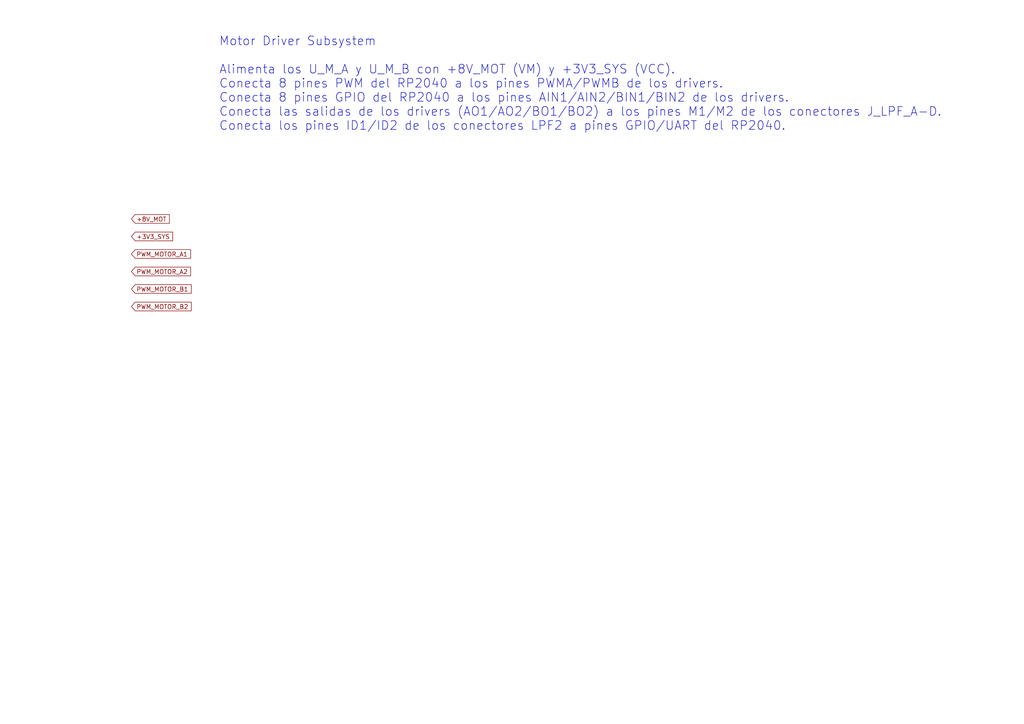
<source format=kicad_sch>
(kicad_sch (version 20230121) (generator eeschema)

  (uuid 00000000-0000-0000-0000-00005f3c1de4)

  (paper "A4")

  (title_block
    (title "CM4 Robotics Controller - Motor Driver Subsystem")
    (date "2025-07-03")
    (rev "v1.0")
    (company "Manus AI")
  )

  (lib_symbols)

  (text "Motor Driver Subsystem\n\nAlimenta los U_M_A y U_M_B con +8V_MOT (VM) y +3V3_SYS (VCC).\nConecta 8 pines PWM del RP2040 a los pines PWMA/PWMB de los drivers.\nConecta 8 pines GPIO del RP2040 a los pines AIN1/AIN2/BIN1/BIN2 de los drivers.\nConecta las salidas de los drivers (AO1/AO2/BO1/BO2) a los pines M1/M2 de los conectores J_LPF_A-D.\nConecta los pines ID1/ID2 de los conectores LPF2 a pines GPIO/UART del RP2040."
    (at 63.5 38.1 0)
    (effects (font (size 2.54 2.54)) (justify left bottom))
    (uuid 00000000-0000-0000-0000-00005f3c4df1)
  )

  (global_label "+8V_MOT" (shape input) (at 38.1 63.5 0) (fields_autoplaced)
    (effects (font (size 1.27 1.27)) (justify left))
    (uuid 00000000-0000-0000-0000-00005f3c4df2)
    (property "Intersheetrefs" "${INTERSHEET_REFS}" (at 38.1 63.5 0)
      (effects (font (size 1.27 1.27)) hide)
    )
  )

  (global_label "+3V3_SYS" (shape input) (at 38.1 68.58 0) (fields_autoplaced)
    (effects (font (size 1.27 1.27)) (justify left))
    (uuid 00000000-0000-0000-0000-00005f3c4df3)
    (property "Intersheetrefs" "${INTERSHEET_REFS}" (at 38.1 68.58 0)
      (effects (font (size 1.27 1.27)) hide)
    )
  )

  (global_label "PWM_MOTOR_A1" (shape input) (at 38.1 73.66 0) (fields_autoplaced)
    (effects (font (size 1.27 1.27)) (justify left))
    (uuid 00000000-0000-0000-0000-00005f3c4df4)
    (property "Intersheetrefs" "${INTERSHEET_REFS}" (at 38.1 73.66 0)
      (effects (font (size 1.27 1.27)) hide)
    )
  )

  (global_label "PWM_MOTOR_A2" (shape input) (at 38.1 78.74 0) (fields_autoplaced)
    (effects (font (size 1.27 1.27)) (justify left))
    (uuid 00000000-0000-0000-0000-00005f3c4df5)
    (property "Intersheetrefs" "${INTERSHEET_REFS}" (at 38.1 78.74 0)
      (effects (font (size 1.27 1.27)) hide)
    )
  )

  (global_label "PWM_MOTOR_B1" (shape input) (at 38.1 83.82 0) (fields_autoplaced)
    (effects (font (size 1.27 1.27)) (justify left))
    (uuid 00000000-0000-0000-0000-00005f3c4df6)
    (property "Intersheetrefs" "${INTERSHEET_REFS}" (at 38.1 83.82 0)
      (effects (font (size 1.27 1.27)) hide)
    )
  )

  (global_label "PWM_MOTOR_B2" (shape input) (at 38.1 88.9 0) (fields_autoplaced)
    (effects (font (size 1.27 1.27)) (justify left))
    (uuid 00000000-0000-0000-0000-00005f3c4df7)
    (property "Intersheetrefs" "${INTERSHEET_REFS}" (at 38.1 88.9 0)
      (effects (font (size 1.27 1.27)) hide)
    )
  )

  (sheet_instances
    (path "/" (page "1"))
  )
)

</source>
